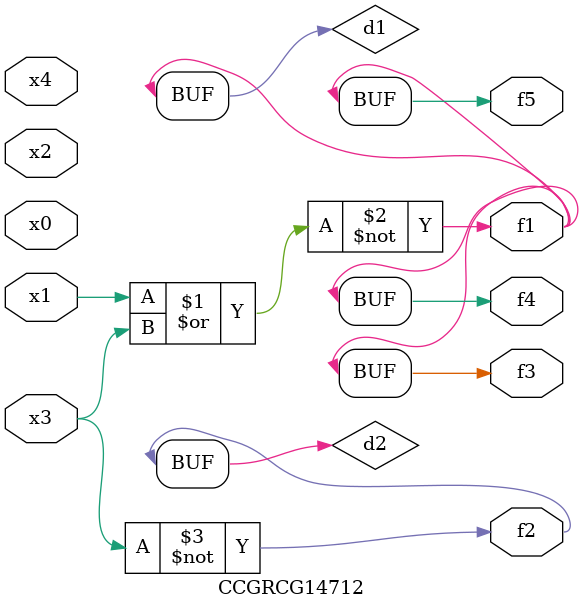
<source format=v>
module CCGRCG14712(
	input x0, x1, x2, x3, x4,
	output f1, f2, f3, f4, f5
);

	wire d1, d2;

	nor (d1, x1, x3);
	not (d2, x3);
	assign f1 = d1;
	assign f2 = d2;
	assign f3 = d1;
	assign f4 = d1;
	assign f5 = d1;
endmodule

</source>
